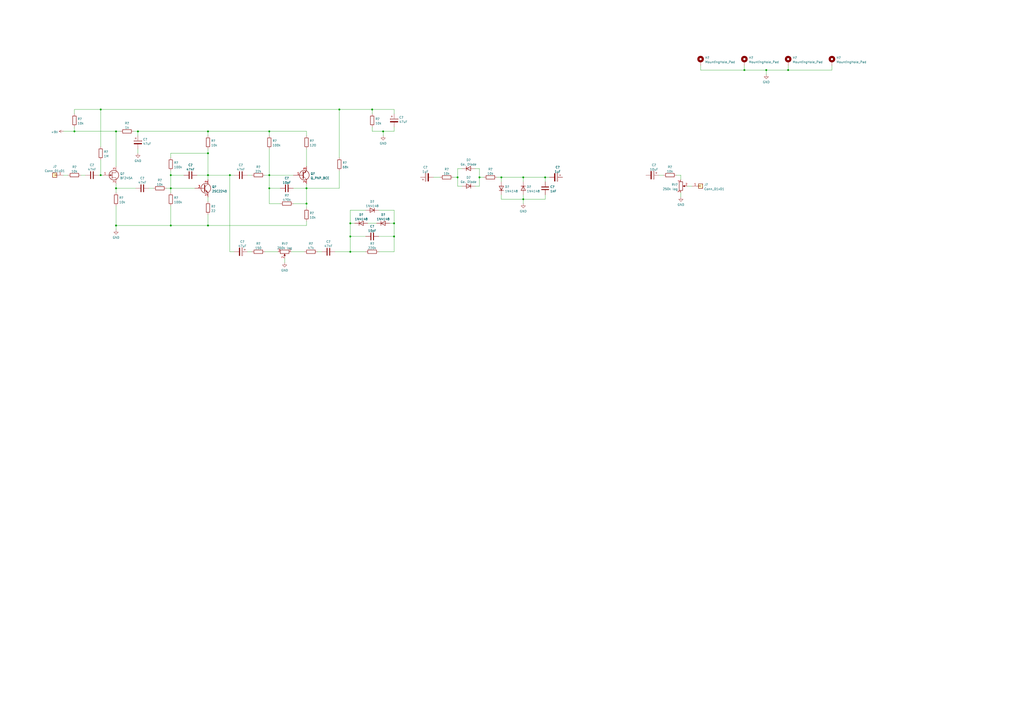
<source format=kicad_sch>
(kicad_sch (version 20211123) (generator eeschema)
  (paper "A2")
  (title_block (title "Boss HM-2") (date "2022-07-21") (rev "v0.1") (comment 1 "Author: Gabriel Mariano Marcelino <gabriel.mm8@gmail.com>"))
  (lib_symbols
    (symbol "Connector_Generic:Conn_01x01" (pin_names (offset 1.016) hide)
      (property "Reference" "J" (at 0 2.54 0))
      (property "Value" "Conn_01x01" (at 0 -2.54 0))
      (symbol "Conn_01x01_1_1"
        (rectangle (start -1.27 0.127) (end 0 -0.127) (stroke (width 0.1524)))
        (rectangle (start -1.27 1.27) (end 1.27 -1.27) (stroke (width 0.254)) (fill (type background)))
        (pin passive line (at -5.08 0 0) (length 3.81) (name "Pin_1") (number "1"))
      )
    )
    (symbol "Device:C" (pin_numbers hide) (pin_names (offset 0.254))
      (property "Reference" "C" (at 0.635 2.54 0))
      (property "Value" "C" (at 0.635 -2.54 0))
      (symbol "C_0_1"
        (polyline (pts (xy -2.032 -0.762) (xy 2.032 -0.762)) (stroke (width 0.508)))
        (polyline (pts (xy -2.032 0.762) (xy 2.032 0.762)) (stroke (width 0.508)))
      )
      (symbol "C_1_1"
        (pin passive line (at 0 3.81 270) (length 2.794) (name "~") (number "1"))
        (pin passive line (at 0 -3.81 90) (length 2.794) (name "~") (number "2"))
      )
    )
    (symbol "Device:C_Polarized" (pin_numbers hide) (pin_names (offset 0.254))
      (property "Reference" "C" (at 0.635 2.54 0))
      (property "Value" "C_Polarized" (at 0.635 -2.54 0))
      (symbol "C_Polarized_0_1"
        (rectangle (start -2.286 0.508) (end 2.286 1.016))
        (polyline (pts (xy -1.778 2.286) (xy -0.762 2.286)))
        (polyline (pts (xy -1.27 2.794) (xy -1.27 1.778)))
        (rectangle (start 2.286 -0.508) (end -2.286 -1.016) (fill (type outline)))
      )
      (symbol "C_Polarized_1_1"
        (pin passive line (at 0 3.81 270) (length 2.794) (name "~") (number "1"))
        (pin passive line (at 0 -3.81 90) (length 2.794) (name "~") (number "2"))
      )
    )
    (symbol "Device:D" (pin_numbers hide) (pin_names (offset 1.016) hide)
      (property "Reference" "D" (at 0 2.54 0))
      (property "Value" "D" (at 0 -2.54 0))
      (symbol "D_0_1"
        (polyline (pts (xy -1.27 1.27) (xy -1.27 -1.27)) (stroke (width 0.254)))
        (polyline (pts (xy 1.27 0) (xy -1.27 0)))
        (polyline (pts (xy 1.27 1.27) (xy 1.27 -1.27) (xy -1.27 0) (xy 1.27 1.27)) (stroke (width 0.254)))
      )
      (symbol "D_1_1"
        (pin passive line (at -3.81 0 0) (length 2.54) (name "K") (number "1"))
        (pin passive line (at 3.81 0 180) (length 2.54) (name "A") (number "2"))
      )
    )
    (symbol "Device:Q_PNP_BCE" (pin_names (offset 0) hide)
      (property "Reference" "Q" (at 5.08 1.27 0))
      (property "Value" "Q_PNP_BCE" (at 5.08 -1.27 0))
      (symbol "Q_PNP_BCE_0_1"
        (polyline (pts (xy 0.635 0.635) (xy 2.54 2.54)))
        (polyline (pts (xy 0.635 -0.635) (xy 2.54 -2.54) (xy 2.54 -2.54)))
        (polyline (pts (xy 0.635 1.905) (xy 0.635 -1.905) (xy 0.635 -1.905)) (stroke (width 0.508)))
        (polyline (pts (xy 2.286 -1.778) (xy 1.778 -2.286) (xy 1.27 -1.27) (xy 2.286 -1.778) (xy 2.286 -1.778)) (fill (type outline)))
        (circle (center 1.27 0) (radius 2.8194) (stroke (width 0.254)))
      )
      (symbol "Q_PNP_BCE_1_1"
        (pin input line (at -5.08 0 0) (length 5.715) (name "B") (number "1"))
        (pin passive line (at 2.54 5.08 270) (length 2.54) (name "C") (number "2"))
        (pin passive line (at 2.54 -5.08 90) (length 2.54) (name "E") (number "3"))
      )
    )
    (symbol "Device:R" (pin_numbers hide) (pin_names (offset 0))
      (property "Reference" "R" (at 2.032 0 90))
      (property "Value" "R" (at 0 0 90))
      (symbol "R_0_1"
        (rectangle (start -1.016 -2.54) (end 1.016 2.54) (stroke (width 0.254)))
      )
      (symbol "R_1_1"
        (pin passive line (at 0 3.81 270) (length 1.27) (name "~") (number "1"))
        (pin passive line (at 0 -3.81 90) (length 1.27) (name "~") (number "2"))
      )
    )
    (symbol "Device:R_Potentiometer" (pin_names (offset 1.016) hide)
      (property "Reference" "RV" (at -4.445 0 90))
      (property "Value" "R_Potentiometer" (at -2.54 0 90))
      (symbol "R_Potentiometer_0_1"
        (polyline (pts (xy 2.54 0) (xy 1.524 0)))
        (polyline (pts (xy 1.143 0) (xy 2.286 0.508) (xy 2.286 -0.508) (xy 1.143 0)) (fill (type outline)))
        (rectangle (start 1.016 2.54) (end -1.016 -2.54) (stroke (width 0.254)))
      )
      (symbol "R_Potentiometer_1_1"
        (pin passive line (at 0 3.81 270) (length 1.27) (name "1") (number "1"))
        (pin passive line (at 3.81 0 180) (length 1.27) (name "2") (number "2"))
        (pin passive line (at 0 -3.81 90) (length 1.27) (name "3") (number "3"))
      )
    )
    (symbol "Diode:1N4148" (pin_numbers hide) (pin_names (offset 1.016) hide)
      (property "Reference" "D" (at 0 2.54 0))
      (property "Value" "1N4148" (at 0 -2.54 0))
      (symbol "1N4148_0_1"
        (polyline (pts (xy -1.27 1.27) (xy -1.27 -1.27)) (stroke (width 0.254)))
        (polyline (pts (xy 1.27 0) (xy -1.27 0)))
        (polyline (pts (xy 1.27 1.27) (xy 1.27 -1.27) (xy -1.27 0) (xy 1.27 1.27)) (stroke (width 0.254)))
      )
      (symbol "1N4148_1_1"
        (pin passive line (at -3.81 0 0) (length 2.54) (name "K") (number "1"))
        (pin passive line (at 3.81 0 180) (length 2.54) (name "A") (number "2"))
      )
    )
    (symbol "Mechanical:MountingHole_Pad" (pin_numbers hide) (pin_names (offset 1.016) hide)
      (property "Reference" "H" (at 0 6.35 0))
      (property "Value" "MountingHole_Pad" (at 0 4.445 0))
      (symbol "MountingHole_Pad_0_1"
        (circle (center 0 1.27) (radius 1.27) (stroke (width 1.27)))
      )
      (symbol "MountingHole_Pad_1_1"
        (pin input line (at 0 -2.54 90) (length 2.54) (name "1") (number "1"))
      )
    )
    (symbol "Transistor_BJT:2SC1815" (pin_names (offset 0) hide)
      (property "Reference" "Q" (at 5.08 1.905 0))
      (property "Value" "2SC1815" (at 5.08 0 0))
      (symbol "2SC1815_0_1"
        (polyline (pts (xy 0 0) (xy 0.508 0)))
        (polyline (pts (xy 0.635 0.635) (xy 2.54 2.54)))
        (polyline (pts (xy 0.635 -0.635) (xy 2.54 -2.54) (xy 2.54 -2.54)))
        (polyline (pts (xy 0.635 1.905) (xy 0.635 -1.905) (xy 0.635 -1.905)) (stroke (width 0.508)))
        (polyline (pts (xy 1.27 -1.778) (xy 1.778 -1.27) (xy 2.286 -2.286) (xy 1.27 -1.778) (xy 1.27 -1.778)) (fill (type outline)))
        (circle (center 1.27 0) (radius 2.8194) (stroke (width 0.254)))
      )
      (symbol "2SC1815_1_1"
        (pin passive line (at 2.54 -5.08 90) (length 2.54) (name "E") (number "1"))
        (pin passive line (at 2.54 5.08 270) (length 2.54) (name "C") (number "2"))
        (pin input line (at -5.08 0 0) (length 5.08) (name "B") (number "3"))
      )
    )
    (symbol "Transistor_FET:BF245A" (pin_names hide)
      (property "Reference" "Q" (at 5.08 1.905 0))
      (property "Value" "BF245A" (at 5.08 0 0))
      (symbol "BF245A_0_1"
        (polyline (pts (xy 0.254 0) (xy -2.54 0)))
        (polyline (pts (xy 0.254 1.905) (xy 0.254 -1.905)) (stroke (width 0.254)))
        (polyline (pts (xy 2.54 -2.54) (xy 2.54 -1.397) (xy 0.254 -1.397)))
        (polyline (pts (xy 2.54 2.54) (xy 2.54 1.397) (xy 0.254 1.397)))
        (polyline (pts (xy 0 0) (xy -1.016 0.381) (xy -1.016 -0.381) (xy 0 0)) (fill (type outline)))
        (circle (center 1.27 0) (radius 2.8194) (stroke (width 0.254)))
      )
      (symbol "BF245A_1_1"
        (pin input line (at -5.08 0 0) (length 2.54) (name "G") (number "1"))
        (pin passive line (at 2.54 -5.08 90) (length 2.54) (name "S") (number "2"))
        (pin passive line (at 2.54 5.08 270) (length 2.54) (name "D") (number "3"))
      )
    )
    (symbol "power:+9V" (power) (pin_names (offset 0))
      (property "Value" "+9V" (at 0 3.556 0))
      (symbol "+9V_0_1"
        (polyline (pts (xy -0.762 1.27) (xy 0 2.54)))
        (polyline (pts (xy 0 0) (xy 0 2.54)))
        (polyline (pts (xy 0 2.54) (xy 0.762 1.27)))
      )
      (symbol "+9V_1_1"
        (pin power_in line (at 0 0 90) (length 0) hide (name "+9V") (number "1"))
      )
    )
    (symbol "power:GND" (power) (pin_names (offset 0))
      (property "Value" "GND" (at 0 -3.81 0))
      (symbol "GND_0_1"
        (polyline (pts (xy 0 0) (xy 0 -1.27) (xy 1.27 -1.27) (xy 0 -2.54) (xy -1.27 -1.27) (xy 0 -1.27)))
      )
      (symbol "GND_1_1"
        (pin power_in line (at 0 0 270) (length 0) hide (name "GND") (number "1"))
      )
    )
  )
  (junction (at 203.2 146.05))
  (junction (at 120.65 88.9))
  (junction (at 67.31 109.22))
  (junction (at 215.9 63.5))
  (junction (at 120.65 130.81))
  (junction (at 58.42 63.5))
  (junction (at 290.83 102.87))
  (junction (at 67.31 130.81))
  (junction (at 228.6 129.54))
  (junction (at 196.85 63.5))
  (junction (at 457.2 40.64))
  (junction (at 222.25 76.2))
  (junction (at 58.42 101.6))
  (junction (at 228.6 137.16))
  (junction (at 156.21 101.6))
  (junction (at 80.01 76.2))
  (junction (at 203.2 129.54))
  (junction (at 265.43 102.87))
  (junction (at 203.2 137.16))
  (junction (at 99.06 109.22))
  (junction (at 177.8 109.22))
  (junction (at 303.53 115.57))
  (junction (at 444.5 40.64))
  (junction (at 316.23 102.87))
  (junction (at 43.18 76.2))
  (junction (at 67.31 76.2))
  (junction (at 278.13 102.87))
  (junction (at 120.65 101.6))
  (junction (at 156.21 76.2))
  (junction (at 177.8 118.11))
  (junction (at 431.8 40.64))
  (junction (at 133.35 101.6))
  (junction (at 156.21 109.22))
  (junction (at 120.65 76.2))
  (junction (at 99.06 101.6))
  (junction (at 99.06 130.81))
  (junction (at 303.53 102.87))
  (wire (pts (xy 120.65 101.6) (xy 133.35 101.6)))
  (wire (pts (xy 43.18 76.2) (xy 43.18 73.66)))
  (wire (pts (xy 67.31 130.81) (xy 99.06 130.81)))
  (wire (pts (xy 303.53 115.57) (xy 303.53 118.11)))
  (wire (pts (xy 177.8 130.81) (xy 120.65 130.81)))
  (wire (pts (xy 203.2 137.16) (xy 203.2 146.05)))
  (wire (pts (xy 177.8 128.27) (xy 177.8 130.81)))
  (wire (pts (xy 143.51 146.05) (xy 146.05 146.05)))
  (wire (pts (xy 215.9 76.2) (xy 222.25 76.2)))
  (wire (pts (xy 303.53 105.41) (xy 303.53 102.87)))
  (wire (pts (xy 290.83 105.41) (xy 290.83 102.87)))
  (wire (pts (xy 219.71 146.05) (xy 228.6 146.05)))
  (wire (pts (xy 265.43 97.79) (xy 265.43 102.87)))
  (wire (pts (xy 316.23 113.03) (xy 316.23 115.57)))
  (wire (pts (xy 99.06 88.9) (xy 120.65 88.9)))
  (wire (pts (xy 267.97 107.95) (xy 265.43 107.95)))
  (wire (pts (xy 382.27 101.6) (xy 384.81 101.6)))
  (wire (pts (xy 153.67 146.05) (xy 161.29 146.05)))
  (wire (pts (xy 120.65 78.74) (xy 120.65 76.2)))
  (wire (pts (xy 99.06 99.06) (xy 99.06 101.6)))
  (wire (pts (xy 196.85 99.06) (xy 196.85 109.22)))
  (wire (pts (xy 67.31 119.38) (xy 67.31 130.81)))
  (wire (pts (xy 457.2 40.64) (xy 457.2 38.1)))
  (wire (pts (xy 133.35 101.6) (xy 135.89 101.6)))
  (wire (pts (xy 156.21 78.74) (xy 156.21 76.2)))
  (wire (pts (xy 398.78 107.95) (xy 401.32 107.95)))
  (wire (pts (xy 303.53 102.87) (xy 316.23 102.87)))
  (wire (pts (xy 228.6 121.92) (xy 228.6 129.54)))
  (wire (pts (xy 80.01 76.2) (xy 80.01 78.74)))
  (wire (pts (xy 215.9 73.66) (xy 215.9 76.2)))
  (wire (pts (xy 177.8 109.22) (xy 196.85 109.22)))
  (wire (pts (xy 219.71 121.92) (xy 228.6 121.92)))
  (wire (pts (xy 177.8 109.22) (xy 177.8 106.68)))
  (wire (pts (xy 278.13 102.87) (xy 278.13 107.95)))
  (wire (pts (xy 303.53 115.57) (xy 316.23 115.57)))
  (wire (pts (xy 67.31 76.2) (xy 67.31 96.52)))
  (wire (pts (xy 80.01 76.2) (xy 120.65 76.2)))
  (wire (pts (xy 278.13 107.95) (xy 275.59 107.95)))
  (wire (pts (xy 394.97 101.6) (xy 394.97 104.14)))
  (wire (pts (xy 67.31 109.22) (xy 78.74 109.22)))
  (wire (pts (xy 58.42 92.71) (xy 58.42 101.6)))
  (wire (pts (xy 58.42 63.5) (xy 58.42 85.09)))
  (wire (pts (xy 86.36 109.22) (xy 88.9 109.22)))
  (wire (pts (xy 177.8 86.36) (xy 177.8 96.52)))
  (wire (pts (xy 226.06 129.54) (xy 228.6 129.54)))
  (wire (pts (xy 431.8 38.1) (xy 431.8 40.64)))
  (wire (pts (xy 80.01 86.36) (xy 80.01 88.9)))
  (wire (pts (xy 184.15 146.05) (xy 186.69 146.05)))
  (wire (pts (xy 278.13 102.87) (xy 280.67 102.87)))
  (wire (pts (xy 196.85 63.5) (xy 58.42 63.5)))
  (wire (pts (xy 288.29 102.87) (xy 290.83 102.87)))
  (wire (pts (xy 267.97 97.79) (xy 265.43 97.79)))
  (wire (pts (xy 194.31 146.05) (xy 203.2 146.05)))
  (wire (pts (xy 96.52 109.22) (xy 99.06 109.22)))
  (wire (pts (xy 120.65 88.9) (xy 120.65 101.6)))
  (wire (pts (xy 482.6 40.64) (xy 457.2 40.64)))
  (wire (pts (xy 162.56 109.22) (xy 156.21 109.22)))
  (wire (pts (xy 212.09 121.92) (xy 203.2 121.92)))
  (wire (pts (xy 67.31 130.81) (xy 67.31 133.35)))
  (wire (pts (xy 58.42 101.6) (xy 59.69 101.6)))
  (wire (pts (xy 219.71 137.16) (xy 228.6 137.16)))
  (wire (pts (xy 203.2 129.54) (xy 203.2 137.16)))
  (wire (pts (xy 120.65 86.36) (xy 120.65 88.9)))
  (wire (pts (xy 156.21 76.2) (xy 177.8 76.2)))
  (wire (pts (xy 99.06 101.6) (xy 99.06 109.22)))
  (wire (pts (xy 120.65 114.3) (xy 120.65 116.84)))
  (wire (pts (xy 99.06 101.6) (xy 106.68 101.6)))
  (wire (pts (xy 444.5 40.64) (xy 444.5 43.18)))
  (wire (pts (xy 203.2 121.92) (xy 203.2 129.54)))
  (wire (pts (xy 43.18 63.5) (xy 58.42 63.5)))
  (wire (pts (xy 67.31 109.22) (xy 67.31 111.76)))
  (wire (pts (xy 215.9 63.5) (xy 228.6 63.5)))
  (wire (pts (xy 99.06 109.22) (xy 99.06 111.76)))
  (wire (pts (xy 228.6 129.54) (xy 228.6 137.16)))
  (wire (pts (xy 290.83 115.57) (xy 290.83 113.03)))
  (wire (pts (xy 156.21 101.6) (xy 153.67 101.6)))
  (wire (pts (xy 222.25 76.2) (xy 228.6 76.2)))
  (wire (pts (xy 156.21 86.36) (xy 156.21 101.6)))
  (wire (pts (xy 133.35 101.6) (xy 133.35 146.05)))
  (wire (pts (xy 222.25 76.2) (xy 222.25 78.74)))
  (wire (pts (xy 99.06 91.44) (xy 99.06 88.9)))
  (wire (pts (xy 275.59 97.79) (xy 278.13 97.79)))
  (wire (pts (xy 170.18 118.11) (xy 177.8 118.11)))
  (wire (pts (xy 196.85 91.44) (xy 196.85 63.5)))
  (wire (pts (xy 67.31 76.2) (xy 69.85 76.2)))
  (wire (pts (xy 262.89 102.87) (xy 265.43 102.87)))
  (wire (pts (xy 290.83 102.87) (xy 303.53 102.87)))
  (wire (pts (xy 196.85 63.5) (xy 215.9 63.5)))
  (wire (pts (xy 228.6 146.05) (xy 228.6 137.16)))
  (wire (pts (xy 177.8 78.74) (xy 177.8 76.2)))
  (wire (pts (xy 168.91 146.05) (xy 176.53 146.05)))
  (wire (pts (xy 43.18 66.04) (xy 43.18 63.5)))
  (wire (pts (xy 406.4 38.1) (xy 406.4 40.64)))
  (wire (pts (xy 212.09 137.16) (xy 203.2 137.16)))
  (wire (pts (xy 303.53 113.03) (xy 303.53 115.57)))
  (wire (pts (xy 278.13 97.79) (xy 278.13 102.87)))
  (wire (pts (xy 170.18 109.22) (xy 177.8 109.22)))
  (wire (pts (xy 156.21 118.11) (xy 156.21 109.22)))
  (wire (pts (xy 46.99 101.6) (xy 49.53 101.6)))
  (wire (pts (xy 482.6 38.1) (xy 482.6 40.64)))
  (wire (pts (xy 265.43 102.87) (xy 265.43 107.95)))
  (wire (pts (xy 120.65 101.6) (xy 120.65 104.14)))
  (wire (pts (xy 143.51 101.6) (xy 146.05 101.6)))
  (wire (pts (xy 135.89 146.05) (xy 133.35 146.05)))
  (wire (pts (xy 406.4 40.64) (xy 431.8 40.64)))
  (wire (pts (xy 392.43 101.6) (xy 394.97 101.6)))
  (wire (pts (xy 205.74 129.54) (xy 203.2 129.54)))
  (wire (pts (xy 165.1 149.86) (xy 165.1 152.4)))
  (wire (pts (xy 99.06 109.22) (xy 113.03 109.22)))
  (wire (pts (xy 156.21 101.6) (xy 170.18 101.6)))
  (wire (pts (xy 162.56 118.11) (xy 156.21 118.11)))
  (wire (pts (xy 114.3 101.6) (xy 120.65 101.6)))
  (wire (pts (xy 213.36 129.54) (xy 218.44 129.54)))
  (wire (pts (xy 203.2 146.05) (xy 212.09 146.05)))
  (wire (pts (xy 394.97 111.76) (xy 394.97 114.3)))
  (wire (pts (xy 36.83 101.6) (xy 39.37 101.6)))
  (wire (pts (xy 316.23 105.41) (xy 316.23 102.87)))
  (wire (pts (xy 228.6 76.2) (xy 228.6 73.66)))
  (wire (pts (xy 77.47 76.2) (xy 80.01 76.2)))
  (wire (pts (xy 99.06 119.38) (xy 99.06 130.81)))
  (wire (pts (xy 444.5 40.64) (xy 457.2 40.64)))
  (wire (pts (xy 177.8 118.11) (xy 177.8 109.22)))
  (wire (pts (xy 120.65 124.46) (xy 120.65 130.81)))
  (wire (pts (xy 251.46 102.87) (xy 255.27 102.87)))
  (wire (pts (xy 99.06 130.81) (xy 120.65 130.81)))
  (wire (pts (xy 43.18 76.2) (xy 67.31 76.2)))
  (wire (pts (xy 156.21 109.22) (xy 156.21 101.6)))
  (wire (pts (xy 228.6 66.04) (xy 228.6 63.5)))
  (wire (pts (xy 303.53 115.57) (xy 290.83 115.57)))
  (wire (pts (xy 57.15 101.6) (xy 58.42 101.6)))
  (wire (pts (xy 177.8 118.11) (xy 177.8 120.65)))
  (wire (pts (xy 120.65 76.2) (xy 156.21 76.2)))
  (wire (pts (xy 431.8 40.64) (xy 444.5 40.64)))
  (wire (pts (xy 67.31 106.68) (xy 67.31 109.22)))
  (wire (pts (xy 215.9 66.04) (xy 215.9 63.5)))
  (wire (pts (xy 36.83 76.2) (xy 43.18 76.2)))
  (wire (pts (xy 316.23 102.87) (xy 318.77 102.87)))
  (symbol (lib_id "Device:R") (at 120.65 120.65 180) (unit 1)
    (property "Reference" "R?" (at 122.428 119.8153 0) (effects (justify right)))
    (property "Value" "22" (at 122.428 122.3522 0) (effects (justify right)))
  )
  (symbol (lib_id "Device:R") (at 43.18 101.6 90) (unit 1)
    (property "Reference" "R?" (at 43.18 96.8842 90))
    (property "Value" "10k" (at 43.18 99.4211 90))
  )
  (symbol (lib_id "Diode:1N4148") (at 222.25 129.54 0) (unit 1)
    (property "Reference" "D?" (at 222.25 124.5702 0))
    (property "Value" "1N4148" (at 222.25 127.1071 0))
    (property "Footprint" "Diode_THT:D_DO-35_SOD27_P7.62mm_Horizontal" (effects hide))
    (property "Datasheet" "https://assets.nexperia.com/documents/data-sheet/1N4148_1N4448.pdf" (effects hide))
  )
  (symbol (lib_id "power:GND") (at 80.01 88.9 0) (unit 1)
    (property "Reference" "#PWR?" (effects hide))
    (property "Value" "GND" (at 80.01 93.3434 0))
  )
  (symbol (lib_id "power:GND") (at 444.5 43.18 0) (unit 1)
    (property "Reference" "#PWR?" (effects hide))
    (property "Value" "GND" (at 444.5 47.6234 0))
  )
  (symbol (lib_id "Device:R_Potentiometer") (at 394.97 107.95 0) (unit 1)
    (property "Reference" "RV?" (at 393.192 107.1153 0) (effects (justify right)))
    (property "Value" "250k log" (at 393.192 109.6522 0) (effects (justify right)))
  )
  (symbol (lib_id "Transistor_BJT:2SC1815") (at 118.11 109.22 0) (unit 1)
    (property "Reference" "Q?" (at 122.9614 108.3853 0) (effects (justify left)))
    (property "Value" "2SC2240" (at 122.9614 110.9222 0) (effects (justify left)))
    (property "Footprint" "Package_TO_SOT_THT:TO-92_Inline" (effects hide))
  )
  (symbol (lib_id "Device:R") (at 120.65 82.55 180) (unit 1)
    (property "Reference" "R?" (at 122.428 81.7153 0) (effects (justify right)))
    (property "Value" "10k" (at 122.428 84.2522 0) (effects (justify right)))
  )
  (symbol (lib_id "Device:R") (at 58.42 88.9 180) (unit 1)
    (property "Reference" "R?" (at 60.198 88.0653 0) (effects (justify right)))
    (property "Value" "1M" (at 60.198 90.6022 0) (effects (justify right)))
  )
  (symbol (lib_id "power:+9V") (at 36.83 76.2 90) (unit 1)
    (property "Reference" "#PWR?" (effects hide))
    (property "Value" "+9V" (at 33.6551 76.6338 90) (effects (justify left)))
  )
  (symbol (lib_id "Device:C") (at 316.23 109.22 180) (unit 1)
    (property "Reference" "C?" (at 319.151 108.3853 0) (effects (justify right)))
    (property "Value" "1nF" (at 319.151 110.9222 0) (effects (justify right)))
  )
  (symbol (lib_id "Device:C") (at 110.49 101.6 90) (unit 1)
    (property "Reference" "C?" (at 110.49 95.7412 90))
    (property "Value" "47nF" (at 110.49 98.2781 90))
  )
  (symbol (lib_id "Device:C") (at 139.7 101.6 90) (unit 1)
    (property "Reference" "C?" (at 139.7 95.7412 90))
    (property "Value" "47nF" (at 139.7 98.2781 90))
  )
  (symbol (lib_id "Device:R_Potentiometer") (at 165.1 146.05 270) (unit 1)
    (property "Reference" "RV?" (at 165.1 141.3342 90))
    (property "Value" "250k log" (at 165.1 143.8711 90))
  )
  (symbol (lib_id "Connector_Generic:Conn_01x01") (at 31.75 101.6 180) (unit 1)
    (property "Reference" "J?" (at 31.75 96.6302 0))
    (property "Value" "Conn_01x01" (at 31.75 99.1671 0))
  )
  (symbol (lib_id "Mechanical:MountingHole_Pad") (at 406.4 35.56 0) (unit 1)
    (property "Reference" "H?" (at 408.94 33.4553 0) (effects (justify left)))
    (property "Value" "MountingHole_Pad" (at 408.94 35.9922 0) (effects (justify left)))
  )
  (symbol (lib_id "Device:R") (at 149.86 101.6 90) (unit 1)
    (property "Reference" "R?" (at 149.86 96.8842 90))
    (property "Value" "22k" (at 149.86 99.4211 90))
  )
  (symbol (lib_id "Transistor_FET:BF245A") (at 64.77 101.6 0) (unit 1)
    (property "Reference" "Q?" (at 69.6214 100.7653 0) (effects (justify left)))
    (property "Value" "BF245A" (at 69.6214 103.3022 0) (effects (justify left)))
    (property "Footprint" "Package_TO_SOT_THT:TO-92_Inline" (effects hide))
    (property "Datasheet" "https://www.onsemi.com/pub/Collateral/BF245A-D.PDF" (effects hide))
  )
  (symbol (lib_id "Diode:1N4148") (at 209.55 129.54 0) (unit 1)
    (property "Reference" "D?" (at 209.55 124.5702 0))
    (property "Value" "1N4148" (at 209.55 127.1071 0))
    (property "Footprint" "Diode_THT:D_DO-35_SOD27_P7.62mm_Horizontal" (effects hide))
    (property "Datasheet" "https://assets.nexperia.com/documents/data-sheet/1N4148_1N4448.pdf" (effects hide))
  )
  (symbol (lib_id "Device:R") (at 99.06 95.25 180) (unit 1)
    (property "Reference" "R?" (at 100.838 94.4153 0) (effects (justify right)))
    (property "Value" "100k" (at 100.838 96.9522 0) (effects (justify right)))
  )
  (symbol (lib_id "Device:R") (at 73.66 76.2 90) (unit 1)
    (property "Reference" "R?" (at 73.66 71.4842 90))
    (property "Value" "1k" (at 73.66 74.0211 90))
  )
  (symbol (lib_id "Device:R") (at 196.85 95.25 180) (unit 1)
    (property "Reference" "R?" (at 198.628 94.4153 0) (effects (justify right)))
    (property "Value" "68k" (at 198.628 96.9522 0) (effects (justify right)))
  )
  (symbol (lib_id "Device:C_Polarized") (at 80.01 82.55 0) (unit 1)
    (property "Reference" "C?" (at 82.931 80.8263 0) (effects (justify left)))
    (property "Value" "47uF" (at 82.931 83.3632 0) (effects (justify left)))
  )
  (symbol (lib_id "Device:C") (at 190.5 146.05 90) (unit 1)
    (property "Reference" "C?" (at 190.5 140.1912 90))
    (property "Value" "47nF" (at 190.5 142.7281 90))
  )
  (symbol (lib_id "Diode:1N4148") (at 303.53 109.22 270) (unit 1)
    (property "Reference" "D?" (at 305.562 108.3853 90) (effects (justify left)))
    (property "Value" "1N4148" (at 305.562 110.9222 90) (effects (justify left)))
    (property "Footprint" "Diode_THT:D_DO-35_SOD27_P7.62mm_Horizontal" (effects hide))
    (property "Datasheet" "https://assets.nexperia.com/documents/data-sheet/1N4148_1N4448.pdf" (effects hide))
  )
  (symbol (lib_id "Device:D") (at 271.78 97.79 0) (unit 1)
    (property "Reference" "D?" (at 271.78 92.8202 0))
    (property "Value" "Ge. Diode" (at 271.78 95.3571 0))
  )
  (symbol (lib_id "Mechanical:MountingHole_Pad") (at 457.2 35.56 0) (unit 1)
    (property "Reference" "H?" (at 459.74 33.4553 0) (effects (justify left)))
    (property "Value" "MountingHole_Pad" (at 459.74 35.9922 0) (effects (justify left)))
  )
  (symbol (lib_id "Device:R") (at 149.86 146.05 90) (unit 1)
    (property "Reference" "R?" (at 149.86 141.3342 90))
    (property "Value" "150" (at 149.86 143.8711 90))
  )
  (symbol (lib_id "Device:R") (at 156.21 82.55 180) (unit 1)
    (property "Reference" "R?" (at 157.988 81.7153 0) (effects (justify right)))
    (property "Value" "100k" (at 157.988 84.2522 0) (effects (justify right)))
  )
  (symbol (lib_id "Device:C_Polarized") (at 378.46 101.6 270) (unit 1)
    (property "Reference" "C?" (at 379.349 95.7412 90))
    (property "Value" "10uF" (at 379.349 98.2781 90))
  )
  (symbol (lib_id "Device:C") (at 82.55 109.22 90) (unit 1)
    (property "Reference" "C?" (at 82.55 103.3612 90))
    (property "Value" "47nF" (at 82.55 105.8981 90))
  )
  (symbol (lib_id "Device:C") (at 215.9 137.16 90) (unit 1)
    (property "Reference" "C?" (at 215.9 131.3012 90))
    (property "Value" "10pF" (at 215.9 133.8381 90))
  )
  (symbol (lib_id "Diode:1N4148") (at 215.9 121.92 180) (unit 1)
    (property "Reference" "D?" (at 215.9 116.9502 0))
    (property "Value" "1N4148" (at 215.9 119.4871 0))
    (property "Footprint" "Diode_THT:D_DO-35_SOD27_P7.62mm_Horizontal" (effects hide))
    (property "Datasheet" "https://assets.nexperia.com/documents/data-sheet/1N4148_1N4448.pdf" (effects hide))
  )
  (symbol (lib_id "Device:R") (at 259.08 102.87 90) (unit 1)
    (property "Reference" "R?" (at 259.08 98.1542 90))
    (property "Value" "10k" (at 259.08 100.6911 90))
  )
  (symbol (lib_id "Mechanical:MountingHole_Pad") (at 482.6 35.56 0) (unit 1)
    (property "Reference" "H?" (at 485.14 33.4553 0) (effects (justify left)))
    (property "Value" "MountingHole_Pad" (at 485.14 35.9922 0) (effects (justify left)))
  )
  (symbol (lib_id "Device:C") (at 53.34 101.6 90) (unit 1)
    (property "Reference" "C?" (at 53.34 95.7412 90))
    (property "Value" "47nF" (at 53.34 98.2781 90))
  )
  (symbol (lib_id "Device:R") (at 215.9 146.05 90) (unit 1)
    (property "Reference" "R?" (at 215.9 141.3342 90))
    (property "Value" "220k" (at 215.9 143.8711 90))
  )
  (symbol (lib_id "Device:D") (at 271.78 107.95 180) (unit 1)
    (property "Reference" "D?" (at 271.78 102.9802 0))
    (property "Value" "Ge. Diode" (at 271.78 105.5171 0))
  )
  (symbol (lib_id "Mechanical:MountingHole_Pad") (at 431.8 35.56 0) (unit 1)
    (property "Reference" "H?" (at 434.34 33.4553 0) (effects (justify left)))
    (property "Value" "MountingHole_Pad" (at 434.34 35.9922 0) (effects (justify left)))
  )
  (symbol (lib_id "Device:C_Polarized") (at 139.7 146.05 270) (unit 1)
    (property "Reference" "C?" (at 140.589 140.1912 90))
    (property "Value" "47uF" (at 140.589 142.7281 90))
  )
  (symbol (lib_id "Device:C") (at 166.37 109.22 90) (unit 1)
    (property "Reference" "C?" (at 166.37 103.3612 90))
    (property "Value" "10pF" (at 166.37 105.8981 90))
  )
  (symbol (lib_id "Device:R") (at 67.31 115.57 180) (unit 1)
    (property "Reference" "R?" (at 69.088 114.7353 0) (effects (justify right)))
    (property "Value" "10k" (at 69.088 117.2722 0) (effects (justify right)))
  )
  (symbol (lib_id "Device:R") (at 177.8 82.55 180) (unit 1)
    (property "Reference" "R?" (at 179.578 81.7153 0) (effects (justify right)))
    (property "Value" "120" (at 179.578 84.2522 0) (effects (justify right)))
  )
  (symbol (lib_id "power:GND") (at 303.53 118.11 0) (unit 1)
    (property "Reference" "#PWR?" (effects hide))
    (property "Value" "GND" (at 303.53 122.5534 0))
  )
  (symbol (lib_id "Connector_Generic:Conn_01x01") (at 406.4 107.95 0) (unit 1)
    (property "Reference" "J?" (at 408.432 107.1153 0) (effects (justify left)))
    (property "Value" "Conn_01x01" (at 408.432 109.6522 0) (effects (justify left)))
  )
  (symbol (lib_id "Device:R") (at 177.8 124.46 180) (unit 1)
    (property "Reference" "R?" (at 179.578 123.6253 0) (effects (justify right)))
    (property "Value" "10k" (at 179.578 126.1622 0) (effects (justify right)))
  )
  (symbol (lib_id "Device:R") (at 284.48 102.87 90) (unit 1)
    (property "Reference" "R?" (at 284.48 98.1542 90))
    (property "Value" "10k" (at 284.48 100.6911 90))
  )
  (symbol (lib_id "Device:R") (at 92.71 109.22 90) (unit 1)
    (property "Reference" "R?" (at 92.71 104.5042 90))
    (property "Value" "10k" (at 92.71 107.0411 90))
  )
  (symbol (lib_id "Diode:1N4148") (at 290.83 109.22 90) (unit 1)
    (property "Reference" "D?" (at 292.862 108.3853 90) (effects (justify right)))
    (property "Value" "1N4148" (at 292.862 110.9222 90) (effects (justify right)))
    (property "Footprint" "Diode_THT:D_DO-35_SOD27_P7.62mm_Horizontal" (effects hide))
    (property "Datasheet" "https://assets.nexperia.com/documents/data-sheet/1N4148_1N4448.pdf" (effects hide))
  )
  (symbol (lib_id "Device:R") (at 215.9 69.85 180) (unit 1)
    (property "Reference" "R?" (at 217.678 69.0153 0) (effects (justify right)))
    (property "Value" "10k" (at 217.678 71.5522 0) (effects (justify right)))
  )
  (symbol (lib_id "Device:R") (at 166.37 118.11 90) (unit 1)
    (property "Reference" "R?" (at 166.37 113.3942 90))
    (property "Value" "470k" (at 166.37 115.9311 90))
  )
  (symbol (lib_id "power:GND") (at 67.31 133.35 0) (unit 1)
    (property "Reference" "#PWR?" (effects hide))
    (property "Value" "GND" (at 67.31 137.7934 0))
  )
  (symbol (lib_id "power:GND") (at 222.25 78.74 0) (unit 1)
    (property "Reference" "#PWR?" (effects hide))
    (property "Value" "GND" (at 222.25 83.1834 0))
  )
  (symbol (lib_id "Device:R") (at 388.62 101.6 90) (unit 1)
    (property "Reference" "R?" (at 388.62 96.8842 90))
    (property "Value" "10k" (at 388.62 99.4211 90))
  )
  (symbol (lib_id "power:GND") (at 394.97 114.3 0) (unit 1)
    (property "Reference" "#PWR?" (effects hide))
    (property "Value" "GND" (at 394.97 118.7434 0))
  )
  (symbol (lib_id "Device:Q_PNP_BCE") (at 175.26 101.6 0) (mirror x) (unit 1)
    (property "Reference" "Q?" (at 180.1114 100.7653 0) (effects (justify left)))
    (property "Value" "Q_PNP_BCE" (at 180.1114 103.3022 0) (effects (justify left)))
  )
  (symbol (lib_id "Device:C_Polarized") (at 228.6 69.85 0) (unit 1)
    (property "Reference" "C?" (at 231.521 68.1263 0) (effects (justify left)))
    (property "Value" "47uF" (at 231.521 70.6632 0) (effects (justify left)))
  )
  (symbol (lib_id "Device:C_Polarized") (at 247.65 102.87 90) (unit 1)
    (property "Reference" "C?" (at 246.761 97.0112 90))
    (property "Value" "1uF" (at 246.761 99.5481 90))
  )
  (symbol (lib_id "Device:C_Polarized") (at 322.58 102.87 270) (unit 1)
    (property "Reference" "C?" (at 323.469 97.0112 90))
    (property "Value" "1uF" (at 323.469 99.5481 90))
  )
  (symbol (lib_id "power:GND") (at 165.1 152.4 0) (unit 1)
    (property "Reference" "#PWR?" (effects hide))
    (property "Value" "GND" (at 165.1 156.8434 0))
  )
  (symbol (lib_id "Device:R") (at 43.18 69.85 180) (unit 1)
    (property "Reference" "R?" (at 44.958 69.0153 0) (effects (justify right)))
    (property "Value" "10k" (at 44.958 71.5522 0) (effects (justify right)))
  )
  (symbol (lib_id "Device:R") (at 180.34 146.05 90) (unit 1)
    (property "Reference" "R?" (at 180.34 141.3342 90))
    (property "Value" "47k" (at 180.34 143.8711 90))
  )
  (symbol (lib_id "Device:R") (at 99.06 115.57 180) (unit 1)
    (property "Reference" "R?" (at 100.838 114.7353 0) (effects (justify right)))
    (property "Value" "100k" (at 100.838 117.2722 0) (effects (justify right)))
  )
)
</source>
